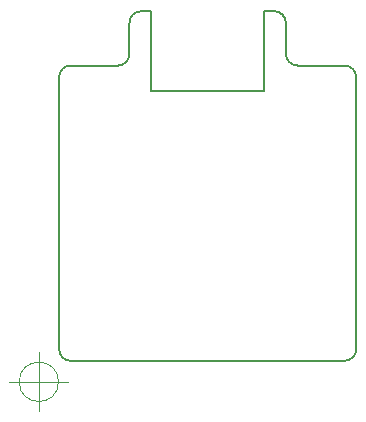
<source format=gbr>
%TF.GenerationSoftware,KiCad,Pcbnew,(5.99.0-11145-g173c9a974c)*%
%TF.CreationDate,2021-06-27T16:32:02+02:00*%
%TF.ProjectId,micro,6d696372-6f2e-46b6-9963-61645f706362,rev1.0*%
%TF.SameCoordinates,Original*%
%TF.FileFunction,Profile,NP*%
%FSLAX46Y46*%
G04 Gerber Fmt 4.6, Leading zero omitted, Abs format (unit mm)*
G04 Created by KiCad (PCBNEW (5.99.0-11145-g173c9a974c)) date 2021-06-27 16:32:02*
%MOMM*%
%LPD*%
G01*
G04 APERTURE LIST*
%TA.AperFunction,Profile*%
%ADD10C,0.100000*%
%TD*%
%TA.AperFunction,Profile*%
%ADD11C,0.150000*%
%TD*%
G04 APERTURE END LIST*
D10*
X138666666Y-113440000D02*
G75*
G03*
X138666666Y-113440000I-1666666J0D01*
G01*
X134500000Y-113440000D02*
X139500000Y-113440000D01*
X137000000Y-110940000D02*
X137000000Y-115940000D01*
D11*
X162874579Y-111658987D02*
X139710578Y-111659002D01*
X138710577Y-87659000D02*
G75*
G02*
X139710580Y-86659003I1000000J-3D01*
G01*
X138710577Y-87659000D02*
X138710581Y-110658999D01*
X157915474Y-83056106D02*
X157912582Y-85658997D01*
X156915471Y-82056109D02*
X156092579Y-82056500D01*
X157912582Y-85658997D02*
G75*
G03*
X158912585Y-86658994I1000000J3D01*
G01*
X144669684Y-83056106D02*
G75*
G02*
X145669687Y-82056109I1000000J-3D01*
G01*
X162874581Y-86658988D02*
G75*
G02*
X163874578Y-87658991I-3J-1000000D01*
G01*
X145669687Y-82056109D02*
X146492579Y-82056500D01*
X139710578Y-111659002D02*
G75*
G02*
X138710581Y-110658999I3J1000000D01*
G01*
X144672579Y-85659000D02*
G75*
G02*
X143672576Y-86658997I-1000000J3D01*
G01*
X139710580Y-86659003D02*
X143672576Y-86658997D01*
X163874578Y-87658991D02*
X163874582Y-110658990D01*
X157915474Y-83056106D02*
G75*
G03*
X156915471Y-82056109I-1000000J-3D01*
G01*
X158912585Y-86658994D02*
X162874581Y-86658988D01*
X144669687Y-83056109D02*
X144672579Y-85659000D01*
X163874582Y-110658990D02*
G75*
G02*
X162874579Y-111658987I-1000000J3D01*
G01*
%TO.C,J1*%
X156092579Y-88856500D02*
X156092579Y-82056500D01*
X156092579Y-88856500D02*
X146492579Y-88856500D01*
X146492579Y-88856500D02*
X146492579Y-82056500D01*
%TD*%
M02*

</source>
